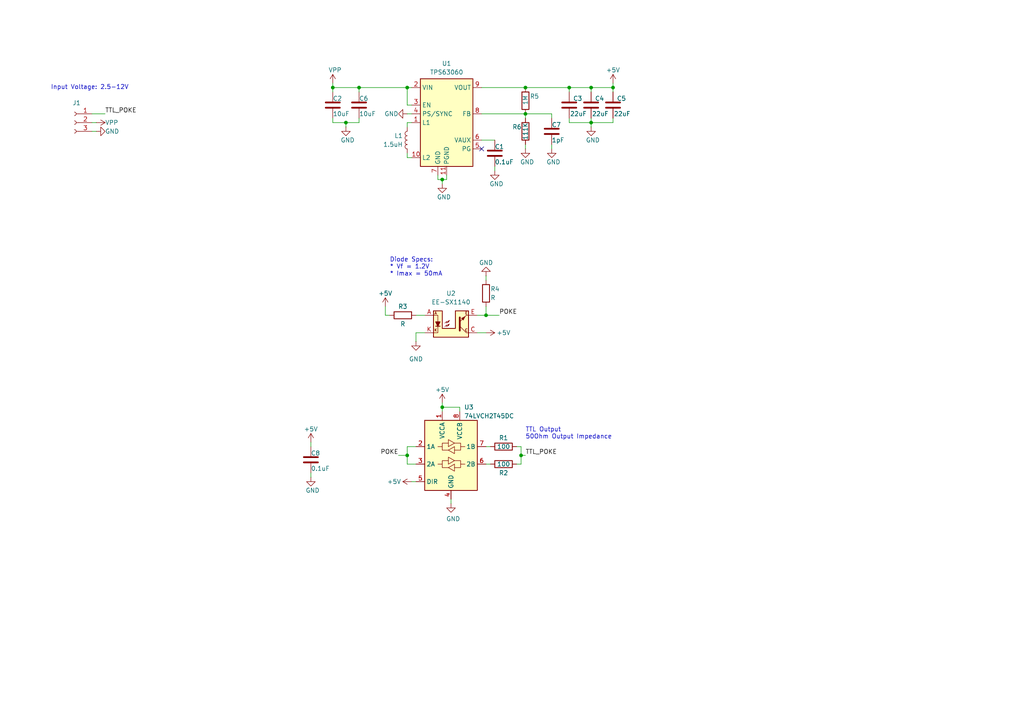
<source format=kicad_sch>
(kicad_sch (version 20231120) (generator "eeschema") (generator_version "8.0")
  (paper "A4")
  (lib_symbols
    (symbol "Connector:Conn_01x03_Socket" (pin_names (offset 1.016) hide)
      (property "Reference" "J" (at 0 5.08 0))
      (property "Value" "Conn_01x03_Socket" (at 0 -5.08 0))
      (symbol "Conn_01x03_Socket_1_1"
        (arc (start 0 -2.032) (mid -0.5058 -2.54) (end 0 -3.048) (stroke (width 0.1524)))
        (polyline (pts (xy -1.27 -2.54) (xy -0.508 -2.54)) (stroke (width 0.1524)))
        (polyline (pts (xy -1.27 0) (xy -0.508 0)) (stroke (width 0.1524)))
        (polyline (pts (xy -1.27 2.54) (xy -0.508 2.54)) (stroke (width 0.1524)))
        (arc (start 0 0.508) (mid -0.5058 0) (end 0 -0.508) (stroke (width 0.1524)))
        (arc (start 0 3.048) (mid -0.5058 2.54) (end 0 2.032) (stroke (width 0.1524)))
        (pin passive line (at -5.08 2.54 0) (length 3.81) (name "Pin_1") (number "1"))
        (pin passive line (at -5.08 0 0) (length 3.81) (name "Pin_2") (number "2"))
        (pin passive line (at -5.08 -2.54 0) (length 3.81) (name "Pin_3") (number "3"))
      )
    )
    (symbol "Device:C" (pin_numbers hide) (pin_names (offset 0.254))
      (property "Reference" "C" (at 0.635 2.54 0))
      (property "Value" "C" (at 0.635 -2.54 0))
      (symbol "C_0_1"
        (polyline (pts (xy -2.032 -0.762) (xy 2.032 -0.762)) (stroke (width 0.508)))
        (polyline (pts (xy -2.032 0.762) (xy 2.032 0.762)) (stroke (width 0.508)))
      )
      (symbol "C_1_1"
        (pin passive line (at 0 3.81 270) (length 2.794) (name "~") (number "1"))
        (pin passive line (at 0 -3.81 90) (length 2.794) (name "~") (number "2"))
      )
    )
    (symbol "Device:L" (pin_numbers hide) (pin_names (offset 1.016) hide)
      (property "Reference" "L" (at -1.27 0 90))
      (property "Value" "L" (at 1.905 0 90))
      (symbol "L_0_1"
        (arc (start 0 -2.54) (mid 0.6323 -1.905) (end 0 -1.27))
        (arc (start 0 -1.27) (mid 0.6323 -0.635) (end 0 0))
        (arc (start 0 0) (mid 0.6323 0.635) (end 0 1.27))
        (arc (start 0 1.27) (mid 0.6323 1.905) (end 0 2.54))
      )
      (symbol "L_1_1"
        (pin passive line (at 0 3.81 270) (length 1.27) (name "1") (number "1"))
        (pin passive line (at 0 -3.81 90) (length 1.27) (name "2") (number "2"))
      )
    )
    (symbol "Device:R" (pin_numbers hide) (pin_names (offset 0))
      (property "Reference" "R" (at 2.032 0 90))
      (property "Value" "R" (at 0 0 90))
      (symbol "R_0_1"
        (rectangle (start -1.016 -2.54) (end 1.016 2.54) (stroke (width 0.254)))
      )
      (symbol "R_1_1"
        (pin passive line (at 0 3.81 270) (length 1.27) (name "~") (number "1"))
        (pin passive line (at 0 -3.81 90) (length 1.27) (name "~") (number "2"))
      )
    )
    (symbol "GND_1" (power) (pin_numbers hide) (pin_names (offset 0) hide)
      (property "Value" "GND" (at 0 -3.81 0))
      (symbol "GND_1_0_1"
        (polyline (pts (xy 0 0) (xy 0 -1.27) (xy 1.27 -1.27) (xy 0 -2.54) (xy -1.27 -1.27) (xy 0 -1.27)))
      )
      (symbol "GND_1_1_1"
        (pin power_in line (at 0 0 270) (length 0) (name "~") (number "1"))
      )
    )
    (symbol "GND_2" (power) (pin_numbers hide) (pin_names (offset 0) hide)
      (property "Value" "GND" (at 0 -3.81 0))
      (symbol "GND_2_0_1"
        (polyline (pts (xy 0 0) (xy 0 -1.27) (xy 1.27 -1.27) (xy 0 -2.54) (xy -1.27 -1.27) (xy 0 -1.27)))
      )
      (symbol "GND_2_1_1"
        (pin power_in line (at 0 0 270) (length 0) (name "~") (number "1"))
      )
    )
    (symbol "GND_3" (power) (pin_numbers hide) (pin_names (offset 0) hide)
      (property "Value" "GND" (at 0 -3.81 0))
      (symbol "GND_3_0_1"
        (polyline (pts (xy 0 0) (xy 0 -1.27) (xy 1.27 -1.27) (xy 0 -2.54) (xy -1.27 -1.27) (xy 0 -1.27)))
      )
      (symbol "GND_3_1_1"
        (pin power_in line (at 0 0 270) (length 0) (name "~") (number "1"))
      )
    )
    (symbol "Logic_LevelTranslator:74LVCH2T45DC"
      (property "Reference" "U" (at 6.35 -11.43 0))
      (property "Value" "74LVCH2T45DC" (at 10.16 11.43 0))
      (symbol "74LVCH2T45DC_1_1"
        (rectangle (start -7.62 10.16) (end 7.62 -10.16) (stroke (width 0.254)) (fill (type background)))
        (polyline (pts (xy -2.54 -2.54) (xy -2.54 -1.524) (xy -0.762 -1.524)))
        (polyline (pts (xy -2.54 2.54) (xy -2.54 3.556) (xy -0.762 3.556)))
        (polyline (pts (xy 2.794 -2.54) (xy 2.794 -3.556) (xy 1.016 -3.556)))
        (polyline (pts (xy 2.794 2.54) (xy 2.794 1.524) (xy 1.016 1.524)))
        (polyline (pts (xy -0.762 -3.556) (xy -2.54 -3.556) (xy -2.54 -2.54) (xy -3.81 -2.54)))
        (polyline (pts (xy -0.762 -2.54) (xy -0.762 -0.508) (xy 1.016 -1.524) (xy -0.762 -2.54)))
        (polyline (pts (xy -0.762 1.524) (xy -2.54 1.524) (xy -2.54 2.54) (xy -3.81 2.54)))
        (polyline (pts (xy -0.762 2.54) (xy -0.762 4.572) (xy 1.016 3.556) (xy -0.762 2.54)))
        (polyline (pts (xy 1.016 -1.524) (xy 2.794 -1.524) (xy 2.794 -2.54) (xy 4.064 -2.54)))
        (polyline (pts (xy 1.016 3.556) (xy 2.794 3.556) (xy 2.794 2.54) (xy 4.064 2.54)))
        (polyline (pts (xy 1.016 -2.54) (xy 1.016 -4.318) (xy 1.016 -4.572) (xy -0.762 -3.556) (xy 1.016 -2.54)))
        (polyline (pts (xy 1.016 2.54) (xy 1.016 0.762) (xy 1.016 0.508) (xy -0.762 1.524) (xy 1.016 2.54)))
        (pin power_in line (at -2.54 12.7 270) (length 2.54) (name "VCCA") (number "1"))
        (pin bidirectional line (at -10.16 2.54 0) (length 2.54) (name "1A") (number "2"))
        (pin bidirectional line (at -10.16 -2.54 0) (length 2.54) (name "2A") (number "3"))
        (pin power_in line (at 0 -12.7 90) (length 2.54) (name "GND") (number "4"))
        (pin input line (at -10.16 -7.62 0) (length 2.54) (name "DIR") (number "5"))
        (pin bidirectional line (at 10.16 -2.54 180) (length 2.54) (name "2B") (number "6"))
        (pin bidirectional line (at 10.16 2.54 180) (length 2.54) (name "1B") (number "7"))
        (pin power_in line (at 2.54 12.7 270) (length 2.54) (name "VCCB") (number "8"))
      )
    )
    (symbol "Regulator_Switching:TPS63060"
      (property "Reference" "U" (at -7.62 13.97 0))
      (property "Value" "TPS63060" (at 2.54 13.97 0))
      (symbol "TPS63060_0_1"
        (rectangle (start -7.62 12.7) (end 7.62 -12.7) (stroke (width 0.254)) (fill (type background)))
      )
      (symbol "TPS63060_1_1"
        (pin input line (at -10.16 0 0) (length 2.54) (name "L1") (number "1"))
        (pin input line (at -10.16 -10.16 0) (length 2.54) (name "L2") (number "10"))
        (pin power_in line (at 0 -15.24 90) (length 2.54) (name "PGND") (number "11"))
        (pin power_in line (at -10.16 10.16 0) (length 2.54) (name "VIN") (number "2"))
        (pin input line (at -10.16 5.08 0) (length 2.54) (name "EN") (number "3"))
        (pin input line (at -10.16 2.54 0) (length 2.54) (name "PS/SYNC") (number "4"))
        (pin output line (at 10.16 -7.62 180) (length 2.54) (name "PG") (number "5"))
        (pin passive line (at 10.16 -5.08 180) (length 2.54) (name "VAUX") (number "6"))
        (pin power_in line (at -2.54 -15.24 90) (length 2.54) (name "GND") (number "7"))
        (pin input line (at 10.16 2.54 180) (length 2.54) (name "FB") (number "8"))
        (pin power_out line (at 10.16 10.16 180) (length 2.54) (name "VOUT") (number "9"))
      )
    )
    (symbol "kicad-lib:EE-SX1140"
      (property "Reference" "U" (at -5.08 5.08 0))
      (property "Value" "EE-SX1140" (at 0 -5.08 0))
      (symbol "EE-SX1140_0_0"
        (text "A" (at -4.445 3.175 0) (effects (font (size 0.762 0.762))))
        (text "C" (at 4.445 -1.778 0) (effects (font (size 0.762 0.762))))
        (text "E" (at 4.445 3.175 0) (effects (font (size 0.762 0.762))))
        (text "K" (at -4.445 -1.778 0) (effects (font (size 0.762 0.762))))
      )
      (symbol "EE-SX1140_0_1"
        (polyline (pts (xy -4.445 -0.635) (xy -3.175 -0.635)) (stroke (width 0.254)))
        (polyline (pts (xy 2.54 -0.635) (xy 4.445 -2.54)))
        (polyline (pts (xy 4.445 -2.54) (xy 5.08 -2.54)))
        (polyline (pts (xy 4.445 2.54) (xy 2.54 0.635)) (fill (type outline)))
        (polyline (pts (xy 4.445 2.54) (xy 5.08 2.54)))
        (polyline (pts (xy -5.08 -2.54) (xy -3.81 -2.54) (xy -3.81 -0.635)))
        (polyline (pts (xy -5.08 2.54) (xy -3.81 2.54) (xy -3.81 0.635)))
        (polyline (pts (xy 2.54 -1.905) (xy 2.54 1.905) (xy 2.54 1.905)) (stroke (width 0.508)))
        (polyline (pts (xy -3.81 -0.635) (xy -4.445 0.635) (xy -3.175 0.635) (xy -3.81 -0.635)) (stroke (width 0.254)) (fill (type outline)))
        (polyline (pts (xy -1.778 0.254) (xy -1.2446 0.762) (xy -1.2446 0.254) (xy -0.4826 1.016)))
        (polyline (pts (xy -0.4826 1.016) (xy -0.9906 0.762) (xy -0.7366 0.508) (xy -0.4826 1.016)))
        (polyline (pts (xy 3.048 1.651) (xy 3.556 1.143) (xy 4.064 2.159) (xy 3.048 1.651) (xy 3.048 1.651)) (fill (type outline)))
        (polyline (pts (xy -1.778 -0.762) (xy -1.2446 -0.254) (xy -1.2446 -0.762) (xy -0.4826 0) (xy -0.9906 -0.254) (xy -0.7366 -0.508) (xy -0.4826 0)))
        (polyline (pts (xy -5.08 3.81) (xy -5.08 -3.81) (xy 5.08 -3.81) (xy 5.08 3.81) (xy 1.27 3.81) (xy 1.27 -1.27) (xy -2.54 -1.27) (xy -2.54 3.81) (xy -5.08 3.81)) (stroke (width 0.254)) (fill (type background)))
      )
      (symbol "EE-SX1140_1_1"
        (pin passive line (at -7.62 2.54 0) (length 2.54) (name "~") (number "A"))
        (pin open_collector line (at 7.62 -2.54 180) (length 2.54) (name "~") (number "C"))
        (pin open_emitter line (at 7.62 2.54 180) (length 2.54) (name "~") (number "E"))
        (pin passive line (at -7.62 -2.54 0) (length 2.54) (name "~") (number "K"))
      )
    )
    (symbol "power:+5V" (power) (pin_names (offset 0))
      (property "Value" "+5V" (at 0 3.556 0))
      (symbol "+5V_0_1"
        (polyline (pts (xy -0.762 1.27) (xy 0 2.54)))
        (polyline (pts (xy 0 0) (xy 0 2.54)))
        (polyline (pts (xy 0 2.54) (xy 0.762 1.27)))
      )
      (symbol "+5V_1_1"
        (pin power_in line (at 0 0 90) (length 0) hide (name "+5V") (number "1"))
      )
    )
    (symbol "power:GND" (power) (pin_names (offset 0))
      (property "Value" "GND" (at 0 -3.81 0))
      (symbol "GND_0_1"
        (polyline (pts (xy 0 0) (xy 0 -1.27) (xy 1.27 -1.27) (xy 0 -2.54) (xy -1.27 -1.27) (xy 0 -1.27)))
      )
      (symbol "GND_1_1"
        (pin power_in line (at 0 0 270) (length 0) hide (name "GND") (number "1"))
      )
    )
    (symbol "power:VPP" (power) (pin_numbers hide) (pin_names (offset 0) hide)
      (property "Value" "VPP" (at 0 3.556 0))
      (symbol "VPP_0_1"
        (polyline (pts (xy -0.762 1.27) (xy 0 2.54)))
        (polyline (pts (xy 0 0) (xy 0 2.54)))
        (polyline (pts (xy 0 2.54) (xy 0.762 1.27)))
      )
      (symbol "VPP_1_1"
        (pin power_in line (at 0 0 90) (length 0) (name "~") (number "1"))
      )
    )
  )
  (junction (at 171.45 35.56))
  (junction (at 171.45 25.4))
  (junction (at 152.4 25.4))
  (junction (at 128.27 52.07))
  (junction (at 177.8 25.4))
  (junction (at 96.52 25.4))
  (junction (at 118.11 132.08))
  (junction (at 104.14 25.4))
  (junction (at 140.97 91.44))
  (junction (at 152.4 33.02))
  (junction (at 128.27 118.11))
  (junction (at 100.33 35.56))
  (junction (at 118.11 25.4))
  (junction (at 151.13 132.08))
  (junction (at 165.1 25.4))
  (no_connect (at 139.7 43.18))
  (wire (pts (xy 140.97 91.44) (xy 140.97 88.9)))
  (wire (pts (xy 171.45 26.67) (xy 171.45 25.4)))
  (wire (pts (xy 138.43 91.44) (xy 140.97 91.44)))
  (wire (pts (xy 165.1 35.56) (xy 171.45 35.56)))
  (wire (pts (xy 165.1 25.4) (xy 171.45 25.4)))
  (wire (pts (xy 118.11 25.4) (xy 119.38 25.4)))
  (wire (pts (xy 104.14 34.29) (xy 104.14 35.56)))
  (wire (pts (xy 128.27 52.07) (xy 128.27 53.34)))
  (wire (pts (xy 152.4 34.29) (xy 152.4 33.02)))
  (wire (pts (xy 127 52.07) (xy 127 50.8)))
  (wire (pts (xy 100.33 35.56) (xy 104.14 35.56)))
  (wire (pts (xy 115.57 132.08) (xy 118.11 132.08)))
  (wire (pts (xy 104.14 25.4) (xy 118.11 25.4)))
  (wire (pts (xy 151.13 129.54) (xy 149.86 129.54)))
  (wire (pts (xy 128.27 116.84) (xy 128.27 118.11)))
  (wire (pts (xy 151.13 134.62) (xy 149.86 134.62)))
  (wire (pts (xy 113.03 91.44) (xy 111.76 91.44)))
  (wire (pts (xy 90.17 128.27) (xy 90.17 129.54)))
  (wire (pts (xy 118.11 132.08) (xy 118.11 134.62)))
  (wire (pts (xy 111.76 91.44) (xy 111.76 88.9)))
  (wire (pts (xy 151.13 132.08) (xy 151.13 134.62)))
  (wire (pts (xy 160.02 41.91) (xy 160.02 43.18)))
  (wire (pts (xy 171.45 35.56) (xy 171.45 36.83)))
  (wire (pts (xy 151.13 132.08) (xy 152.4 132.08)))
  (wire (pts (xy 118.11 129.54) (xy 118.11 132.08)))
  (wire (pts (xy 171.45 34.29) (xy 171.45 35.56)))
  (wire (pts (xy 128.27 52.07) (xy 127 52.07)))
  (wire (pts (xy 129.54 50.8) (xy 129.54 52.07)))
  (wire (pts (xy 129.54 52.07) (xy 128.27 52.07)))
  (wire (pts (xy 165.1 34.29) (xy 165.1 35.56)))
  (wire (pts (xy 139.7 25.4) (xy 152.4 25.4)))
  (wire (pts (xy 165.1 26.67) (xy 165.1 25.4)))
  (wire (pts (xy 119.38 30.48) (xy 118.11 30.48)))
  (wire (pts (xy 143.51 48.26) (xy 143.51 49.53)))
  (wire (pts (xy 118.11 45.72) (xy 119.38 45.72)))
  (wire (pts (xy 96.52 25.4) (xy 96.52 26.67)))
  (wire (pts (xy 160.02 33.02) (xy 160.02 34.29)))
  (wire (pts (xy 118.11 30.48) (xy 118.11 25.4)))
  (wire (pts (xy 96.52 24.13) (xy 96.52 25.4)))
  (wire (pts (xy 26.67 38.1) (xy 27.94 38.1)))
  (wire (pts (xy 26.67 33.02) (xy 30.48 33.02)))
  (wire (pts (xy 140.97 134.62) (xy 142.24 134.62)))
  (wire (pts (xy 177.8 25.4) (xy 171.45 25.4)))
  (wire (pts (xy 140.97 129.54) (xy 142.24 129.54)))
  (wire (pts (xy 96.52 34.29) (xy 96.52 35.56)))
  (wire (pts (xy 128.27 118.11) (xy 128.27 119.38)))
  (wire (pts (xy 26.67 35.56) (xy 27.94 35.56)))
  (wire (pts (xy 96.52 25.4) (xy 104.14 25.4)))
  (wire (pts (xy 100.33 35.56) (xy 100.33 36.83)))
  (wire (pts (xy 140.97 91.44) (xy 144.78 91.44)))
  (wire (pts (xy 177.8 26.67) (xy 177.8 25.4)))
  (wire (pts (xy 152.4 25.4) (xy 165.1 25.4)))
  (wire (pts (xy 120.65 91.44) (xy 123.19 91.44)))
  (wire (pts (xy 139.7 40.64) (xy 143.51 40.64)))
  (wire (pts (xy 118.11 44.45) (xy 118.11 45.72)))
  (wire (pts (xy 119.38 139.7) (xy 120.65 139.7)))
  (wire (pts (xy 139.7 33.02) (xy 152.4 33.02)))
  (wire (pts (xy 123.19 96.52) (xy 120.65 96.52)))
  (wire (pts (xy 138.43 96.52) (xy 140.97 96.52)))
  (wire (pts (xy 104.14 25.4) (xy 104.14 26.67)))
  (wire (pts (xy 177.8 24.13) (xy 177.8 25.4)))
  (wire (pts (xy 130.81 144.78) (xy 130.81 146.05)))
  (wire (pts (xy 118.11 134.62) (xy 120.65 134.62)))
  (wire (pts (xy 120.65 129.54) (xy 118.11 129.54)))
  (wire (pts (xy 128.27 118.11) (xy 133.35 118.11)))
  (wire (pts (xy 118.11 35.56) (xy 118.11 36.83)))
  (wire (pts (xy 177.8 35.56) (xy 177.8 34.29)))
  (wire (pts (xy 119.38 35.56) (xy 118.11 35.56)))
  (wire (pts (xy 90.17 137.16) (xy 90.17 138.43)))
  (wire (pts (xy 140.97 80.01) (xy 140.97 81.28)))
  (wire (pts (xy 133.35 118.11) (xy 133.35 119.38)))
  (wire (pts (xy 120.65 96.52) (xy 120.65 99.06)))
  (wire (pts (xy 151.13 129.54) (xy 151.13 132.08)))
  (wire (pts (xy 171.45 35.56) (xy 177.8 35.56)))
  (wire (pts (xy 152.4 33.02) (xy 160.02 33.02)))
  (wire (pts (xy 96.52 35.56) (xy 100.33 35.56)))
  (wire (pts (xy 152.4 41.91) (xy 152.4 43.18)))
  (wire (pts (xy 118.11 33.02) (xy 119.38 33.02)))
  (text "TTL Output\n50Ohm Output Impedance" (at 152.4 125.73 0) (effects (font (size 1.27 1.27)) (justify left)))
  (text "Input Voltage: 2.5-12V" (at 26.035 25.4 0) (effects (font (size 1.27 1.27))))
  (text "Diode Specs:\n* Vf = 1.2V\n* Imax = 50mA" (at 113.03 77.47 0) (effects (font (size 1.27 1.27)) (justify left)))
  (label "TTL_POKE" (at 152.4 132.08 0))
  (label "POKE" (at 144.78 91.44 0))
  (label "POKE" (at 115.57 132.08 180))
  (label "TTL_POKE" (at 30.48 33.02 0))
  (symbol (lib_id "power:+5V") (at 111.76 88.9 0) (unit 1)
    (property "Reference" "#PWR09" (effects (hide yes)))
    (property "Value" "+5V" (at 111.76 85.09 0))
  )
  (symbol (lib_id "Device:R") (at 116.84 91.44 90) (unit 1)
    (property "Reference" "R3" (at 116.84 88.9 90))
    (property "Value" "R" (at 116.84 93.98 90))
    (property "Footprint" "Resistor_SMD:R_0603_1608Metric" (effects (hide yes)))
    (property "Description" "Resistor" (effects (hide yes)))
  )
  (symbol (lib_name "GND_1") (lib_id "power:GND") (at 143.51 49.53 0) (unit 1)
    (property "Reference" "#PWR013" (effects (hide yes)))
    (property "Value" "GND" (at 146.05 53.34 0) (effects (justify right)))
    (property "Description" "Power symbol creates a global label with name \"GND\" , ground" (effects (hide yes)))
  )
  (symbol (lib_name "GND_1") (lib_id "power:GND") (at 100.33 36.83 0) (unit 1)
    (property "Reference" "#PWR011" (effects (hide yes)))
    (property "Value" "GND" (at 102.87 40.64 0) (effects (justify right)))
    (property "Description" "Power symbol creates a global label with name \"GND\" , ground" (effects (hide yes)))
  )
  (symbol (lib_id "Device:R") (at 146.05 134.62 90) (unit 1)
    (property "Reference" "R2" (at 146.05 137.16 90))
    (property "Value" "100" (at 146.05 134.62 90))
    (property "Footprint" "Resistor_SMD:R_0603_1608Metric" (effects (hide yes)))
    (property "Datasheet" "https://www.yageo.com/upload/media/product/productsearch/datasheet/rchip/PYu-SR_20105_RoHS_L_10.pdf" (effects (hide yes)))
    (property "Link" "https://www.digikey.com/en/products/detail/yageo/SR0603FR-7T100RL/9373096" (effects (hide yes)))
    (property "Manufacturer" "Yageo" (effects (hide yes)))
    (property "Manufacturer Number" "SR0603FR-7T100RL" (effects (hide yes)))
    (property "Notes" "1/4W" (effects (hide yes)))
    (property "Tolerance" "1%" (effects (hide yes)))
  )
  (symbol (lib_id "Device:C") (at 177.8 30.48 180) (unit 1)
    (property "Reference" "C5" (at 181.61 28.575 0) (effects (justify left)))
    (property "Value" "22uF" (at 182.88 33.02 0) (effects (justify left)))
    (property "Footprint" "Capacitor_SMD:C_0805_2012Metric" (effects (hide yes)))
    (property "Datasheet" "https://mm.digikey.com/Volume0/opasdata/d220001/medias/docus/43/CL21A226KPCLRNC_Spec.pdf" (effects (hide yes)))
    (property "Link" "https://www.digikey.com/en/products/detail/samsung-electro-mechanics/CL21A226KPCLRNC/5961270" (effects (hide yes)))
    (property "Manufacturer" "Samsung Electro-Mechanics" (effects (hide yes)))
    (property "Manufacturer Number" "CL21A226KPCLRNC" (effects (hide yes)))
    (property "Rated Voltage" "10V" (effects (hide yes)))
    (property "Temperature Coefficient" "X5R" (effects (hide yes)))
  )
  (symbol (lib_id "Device:R") (at 146.05 129.54 90) (unit 1)
    (property "Reference" "R1" (at 146.05 127 90))
    (property "Value" "100" (at 146.05 129.54 90))
    (property "Footprint" "Resistor_SMD:R_0603_1608Metric" (effects (hide yes)))
    (property "Datasheet" "https://www.yageo.com/upload/media/product/productsearch/datasheet/rchip/PYu-SR_20105_RoHS_L_10.pdf" (effects (hide yes)))
    (property "Link" "https://www.digikey.com/en/products/detail/yageo/SR0603FR-7T100RL/9373096" (effects (hide yes)))
    (property "Manufacturer" "Yageo" (effects (hide yes)))
    (property "Manufacturer Number" "SR0603FR-7T100RL" (effects (hide yes)))
    (property "Notes" "1/4W" (effects (hide yes)))
    (property "Tolerance" "1%" (effects (hide yes)))
  )
  (symbol (lib_id "power:GND") (at 130.81 146.05 0) (unit 1)
    (property "Reference" "#PWR03" (effects (hide yes)))
    (property "Value" "GND" (at 131.445 150.495 0))
  )
  (symbol (lib_id "Device:C") (at 143.51 44.45 0) (unit 1)
    (property "Reference" "C1" (at 143.51 42.545 0) (effects (justify left)))
    (property "Value" "0.1uF" (at 143.51 46.99 0) (effects (justify left)))
    (property "Footprint" "Capacitor_SMD:C_0603_1608Metric" (effects (hide yes)))
    (property "Datasheet" "https://product.tdk.com/system/files/dam/doc/product/capacitor/ceramic/mlcc/catalog/mlcc_automotive_general_en.pdf" (effects (hide yes)))
    (property "Manufacturer Number" "CGA3E2X7R1H104K080AA" (effects (hide yes)))
    (property "Manufacturer" "TDK Corporation" (effects (hide yes)))
    (property "Link" "https://www.digikey.com/en/products/detail/tdk-corporation/CGA3E2X7R1H104K080AA/2443144" (effects (hide yes)))
  )
  (symbol (lib_id "Device:C") (at 90.17 133.35 0) (unit 1)
    (property "Reference" "C8" (at 90.17 131.445 0) (effects (justify left)))
    (property "Value" "0.1uF" (at 90.17 135.89 0) (effects (justify left)))
    (property "Footprint" "Capacitor_SMD:C_0603_1608Metric" (effects (hide yes)))
    (property "Datasheet" "https://product.tdk.com/system/files/dam/doc/product/capacitor/ceramic/mlcc/catalog/mlcc_automotive_general_en.pdf" (effects (hide yes)))
    (property "Manufacturer Number" "CGA3E2X7R1H104K080AA" (effects (hide yes)))
    (property "Manufacturer" "TDK Corporation" (effects (hide yes)))
    (property "Link" "https://www.digikey.com/en/products/detail/tdk-corporation/CGA3E2X7R1H104K080AA/2443144" (effects (hide yes)))
  )
  (symbol (lib_id "Device:L") (at 118.11 40.64 0) (mirror y) (unit 1)
    (property "Reference" "L1" (at 116.84 39.3699 0) (effects (justify left)))
    (property "Value" "1.5uH" (at 116.84 41.9099 0) (effects (justify left)))
    (property "Footprint" "kicad-lib:1226AS-H-1R5N=P2" (effects (hide yes)))
    (property "Datasheet" "https://search.murata.co.jp/Ceramy/image/img/P02/J(E)TE243B-0039_DEM2815C_reference.pdf" (effects (hide yes)))
    (property "Description" "Inductor" (effects (hide yes)))
    (property "Manufacturer Number" "1226AS-H-1R5N=P2" (effects (hide yes)))
    (property "Manufacturer" "Murata Electronics" (effects (hide yes)))
    (property "Notes" "2.8mm x 3mm x 1.5mm, 2.9A 37 mOhm" (effects (hide yes)))
    (property "Link" "https://www.digikey.com/en/products/detail/murata-electronics/1226AS-H-1R5N-P2/6205667" (effects (hide yes)))
  )
  (symbol (lib_id "Device:R") (at 152.4 29.21 0) (unit 1)
    (property "Reference" "R5" (at 153.67 27.94 0) (effects (justify left)))
    (property "Value" "1M" (at 152.4 30.48 90) (effects (justify left)))
    (property "Footprint" "Resistor_SMD:R_0402_1005Metric" (effects (hide yes)))
    (property "Description" "Resistor" (effects (hide yes)))
  )
  (symbol (lib_id "Device:C") (at 165.1 30.48 180) (unit 1)
    (property "Reference" "C3" (at 168.91 28.575 0) (effects (justify left)))
    (property "Value" "22uF" (at 170.18 33.02 0) (effects (justify left)))
    (property "Footprint" "Capacitor_SMD:C_0805_2012Metric" (effects (hide yes)))
    (property "Datasheet" "https://mm.digikey.com/Volume0/opasdata/d220001/medias/docus/43/CL21A226KPCLRNC_Spec.pdf" (effects (hide yes)))
    (property "Link" "https://www.digikey.com/en/products/detail/samsung-electro-mechanics/CL21A226KPCLRNC/5961270" (effects (hide yes)))
    (property "Manufacturer" "Samsung Electro-Mechanics" (effects (hide yes)))
    (property "Manufacturer Number" "CL21A226KPCLRNC" (effects (hide yes)))
    (property "Rated Voltage" "10V" (effects (hide yes)))
    (property "Temperature Coefficient" "X5R" (effects (hide yes)))
  )
  (symbol (lib_id "power:+5V") (at 177.8 24.13 0) (unit 1)
    (property "Reference" "#PWR016" (effects (hide yes)))
    (property "Value" "+5V" (at 177.8 20.32 0))
  )
  (symbol (lib_id "power:VPP") (at 27.94 35.56 270) (unit 1)
    (property "Reference" "#PWR06" (effects (hide yes)))
    (property "Value" "VPP" (at 30.48 35.56 90) (effects (justify left)))
    (property "Description" "Power symbol creates a global label with name \"VPP\"" (effects (hide yes)))
  )
  (symbol (lib_id "Device:C") (at 171.45 30.48 180) (unit 1)
    (property "Reference" "C4" (at 175.26 28.575 0) (effects (justify left)))
    (property "Value" "22uF" (at 176.53 33.02 0) (effects (justify left)))
    (property "Footprint" "Capacitor_SMD:C_0805_2012Metric" (effects (hide yes)))
    (property "Datasheet" "https://mm.digikey.com/Volume0/opasdata/d220001/medias/docus/43/CL21A226KPCLRNC_Spec.pdf" (effects (hide yes)))
    (property "Link" "https://www.digikey.com/en/products/detail/samsung-electro-mechanics/CL21A226KPCLRNC/5961270" (effects (hide yes)))
    (property "Manufacturer" "Samsung Electro-Mechanics" (effects (hide yes)))
    (property "Manufacturer Number" "CL21A226KPCLRNC" (effects (hide yes)))
    (property "Rated Voltage" "10V" (effects (hide yes)))
    (property "Temperature Coefficient" "X5R" (effects (hide yes)))
  )
  (symbol (lib_name "GND_1") (lib_id "power:GND") (at 160.02 43.18 0) (unit 1)
    (property "Reference" "#PWR017" (effects (hide yes)))
    (property "Value" "GND" (at 162.56 46.99 0) (effects (justify right)))
    (property "Description" "Power symbol creates a global label with name \"GND\" , ground" (effects (hide yes)))
  )
  (symbol (lib_id "Device:R") (at 152.4 38.1 0) (unit 1)
    (property "Reference" "R6" (at 148.59 36.83 0) (effects (justify left)))
    (property "Value" "111K" (at 152.4 40.64 90) (effects (justify left)))
    (property "Footprint" "Resistor_SMD:R_0402_1005Metric" (effects (hide yes)))
    (property "Description" "Resistor" (effects (hide yes)))
  )
  (symbol (lib_id "Device:C") (at 160.02 38.1 0) (unit 1)
    (property "Reference" "C7" (at 160.02 36.195 0) (effects (justify left)))
    (property "Value" "1pF" (at 160.02 40.64 0) (effects (justify left)))
    (property "Footprint" "Capacitor_SMD:C_0603_1608Metric" (effects (hide yes)))
  )
  (symbol (lib_id "Device:C") (at 96.52 30.48 0) (unit 1)
    (property "Reference" "C2" (at 96.52 28.575 0) (effects (justify left)))
    (property "Value" "10uF" (at 96.52 33.02 0) (effects (justify left)))
    (property "Footprint" "Capacitor_SMD:C_0805_2012Metric" (effects (hide yes)))
    (property "Datasheet" "https://calchip.com/wp-content/uploads/2023/09/GMC-Series-2.pdf" (effects (hide yes)))
    (property "Manufacturer Number" "GMC21X7R106K25NT" (effects (hide yes)))
    (property "Manufacturer" "Cal-Chip Electronics, Inc." (effects (hide yes)))
    (property "Link" "https://www.digikey.com/en/products/detail/cal-chip-electronics-inc/GMC21X7R106K25NT/22639515" (effects (hide yes)))
  )
  (symbol (lib_name "GND_1") (lib_id "power:GND") (at 27.94 38.1 90) (unit 1)
    (property "Reference" "#PWR05" (effects (hide yes)))
    (property "Value" "GND" (at 30.48 38.1 90) (effects (justify right)))
    (property "Description" "Power symbol creates a global label with name \"GND\" , ground" (effects (hide yes)))
  )
  (symbol (lib_id "power:+5V") (at 128.27 116.84 0) (unit 1)
    (property "Reference" "#PWR02" (effects (hide yes)))
    (property "Value" "+5V" (at 128.27 113.03 0))
  )
  (symbol (lib_name "GND_1") (lib_id "power:GND") (at 152.4 43.18 0) (unit 1)
    (property "Reference" "#PWR015" (effects (hide yes)))
    (property "Value" "GND" (at 154.94 46.99 0) (effects (justify right)))
    (property "Description" "Power symbol creates a global label with name \"GND\" , ground" (effects (hide yes)))
  )
  (symbol (lib_name "GND_1") (lib_id "power:GND") (at 90.17 138.43 0) (unit 1)
    (property "Reference" "#PWR019" (effects (hide yes)))
    (property "Value" "GND" (at 92.71 142.24 0) (effects (justify right)))
    (property "Description" "Power symbol creates a global label with name \"GND\" , ground" (effects (hide yes)))
  )
  (symbol (lib_id "Logic_LevelTranslator:74LVCH2T45DC") (at 130.81 132.08 0) (unit 1)
    (property "Reference" "U3" (at 134.62 118.11 0) (effects (justify left)))
    (property "Value" "74LVCH2T45DC" (at 134.62 120.65 0) (effects (justify left)))
    (property "Footprint" "Package_SO:VSSOP-8_2.3x2mm_P0.5mm" (effects (hide yes)))
    (property "Datasheet" "https://assets.nexperia.com/documents/data-sheet/74LVC_LVCH2T45.pdf" (effects (hide yes)))
    (property "Description" "Dual supply translating transceiver with bus-hold for unused/floating inputs, 3-state, 2-bit, VSSOP-8" (effects (hide yes)))
    (property "Link" "https://www.digikey.com/en/products/detail/nexperia-usa-inc/74LVCH2T45DC-125/2530613" (effects (hide yes)))
    (property "Manufacturer" "Nexperia USA Inc." (effects (hide yes)))
    (property "Manufacturer Number" "74LVCH2T45DC,125" (effects (hide yes)))
  )
  (symbol (lib_name "GND_2") (lib_id "power:GND") (at 120.65 99.06 0) (unit 1)
    (property "Reference" "#PWR07" (effects (hide yes)))
    (property "Value" "GND" (at 120.65 104.14 0))
    (property "Description" "Power symbol creates a global label with name \"GND\" , ground" (effects (hide yes)))
  )
  (symbol (lib_name "GND_3") (lib_id "power:GND") (at 140.97 80.01 180) (unit 1)
    (property "Reference" "#PWR08" (effects (hide yes)))
    (property "Value" "GND" (at 140.97 76.2 0))
    (property "Description" "Power symbol creates a global label with name \"GND\" , ground" (effects (hide yes)))
  )
  (symbol (lib_id "kicad-lib:EE-SX1140") (at 130.81 93.98 0) (unit 1)
    (property "Reference" "U2" (at 130.81 85.09 0))
    (property "Value" "EE-SX1140" (at 130.81 87.63 0))
    (property "Footprint" "kicad-lib:EE-SX1140" (effects (hide yes)))
    (property "Datasheet" "https://omronfs.omron.com/en_US/ecb/products/pdf/en-ee_sx1140.pdf" (effects (hide yes)))
    (property "Description" "wide photointerrupter with M3 mounting hole" (effects (hide yes)))
  )
  (symbol (lib_id "Device:R") (at 140.97 85.09 0) (unit 1)
    (property "Reference" "R4" (at 142.24 83.82 0) (effects (justify left)))
    (property "Value" "R" (at 142.24 86.36 0) (effects (justify left)))
    (property "Footprint" "Resistor_SMD:R_0603_1608Metric" (effects (hide yes)))
    (property "Description" "Resistor" (effects (hide yes)))
  )
  (symbol (lib_id "power:VPP") (at 96.52 24.13 0) (unit 1)
    (property "Reference" "#PWR018" (effects (hide yes)))
    (property "Value" "VPP" (at 95.25 20.32 0) (effects (justify left)))
    (property "Description" "Power symbol creates a global label with name \"VPP\"" (effects (hide yes)))
  )
  (symbol (lib_name "GND_1") (lib_id "power:GND") (at 128.27 53.34 0) (unit 1)
    (property "Reference" "#PWR010" (effects (hide yes)))
    (property "Value" "GND" (at 130.81 57.15 0) (effects (justify right)))
    (property "Description" "Power symbol creates a global label with name \"GND\" , ground" (effects (hide yes)))
  )
  (symbol (lib_id "Regulator_Switching:TPS63060") (at 129.54 35.56 0) (unit 1)
    (property "Reference" "U1" (at 129.54 18.415 0))
    (property "Value" "TPS63060" (at 129.54 20.955 0))
    (property "Footprint" "Package_SON:Texas_S-PWSON-N10_ThermalVias" (effects (hide yes)))
    (property "Datasheet" "http://www.ti.com/lit/ds/symlink/tps63060.pdf" (effects (hide yes)))
    (property "Description" "Buck-Boost Converter, 2.5-12V Input Voltage, 2-A Switch Current, Adjustable 2.5-8V Output Voltage, S-PWSON-N10" (effects (hide yes)))
    (property "Manufacturer Number" "TPS63060DSCR" (effects (hide yes)))
    (property "Manufacturer" "Texas Instruments" (effects (hide yes)))
  )
  (symbol (lib_id "power:+5V") (at 140.97 96.52 270) (unit 1)
    (property "Reference" "#PWR04" (effects (hide yes)))
    (property "Value" "+5V" (at 146.05 96.52 90))
  )
  (symbol (lib_id "Device:C") (at 104.14 30.48 0) (unit 1)
    (property "Reference" "C6" (at 104.14 28.575 0) (effects (justify left)))
    (property "Value" "10uF" (at 104.14 33.02 0) (effects (justify left)))
    (property "Footprint" "Capacitor_SMD:C_0805_2012Metric" (effects (hide yes)))
    (property "Datasheet" "https://calchip.com/wp-content/uploads/2023/09/GMC-Series-2.pdf" (effects (hide yes)))
    (property "Manufacturer Number" "GMC21X7R106K25NT" (effects (hide yes)))
    (property "Manufacturer" "Cal-Chip Electronics, Inc." (effects (hide yes)))
    (property "Link" "https://www.digikey.com/en/products/detail/cal-chip-electronics-inc/GMC21X7R106K25NT/22639515" (effects (hide yes)))
  )
  (symbol (lib_name "GND_1") (lib_id "power:GND") (at 171.45 36.83 0) (unit 1)
    (property "Reference" "#PWR014" (effects (hide yes)))
    (property "Value" "GND" (at 173.99 40.64 0) (effects (justify right)))
    (property "Description" "Power symbol creates a global label with name \"GND\" , ground" (effects (hide yes)))
  )
  (symbol (lib_name "GND_1") (lib_id "power:GND") (at 118.11 33.02 270) (unit 1)
    (property "Reference" "#PWR012" (effects (hide yes)))
    (property "Value" "GND" (at 115.57 33.02 90) (effects (justify right)))
    (property "Description" "Power symbol creates a global label with name \"GND\" , ground" (effects (hide yes)))
  )
  (symbol (lib_id "Connector:Conn_01x03_Socket") (at 21.59 35.56 0) (mirror y) (unit 1)
    (property "Reference" "J1" (at 22.225 29.845 0))
    (property "Value" "Conn_01x03_Socket" (effects (hide yes)))
    (property "Footprint" "kicad-lib:3M_Mini-Clamp-Socket-37203-62B3-003PL-1x3_Vertical" (effects (hide yes)))
    (property "Datasheet" "https://multimedia.3m.com/mws/media/277250O/3mtm-mini-clamp-socket-boardmount-straight-ts2093.pdf" (effects (hide yes)))
    (property "Description" "Generic connector, single row, 01x03, script generated" (effects (hide yes)))
    (property "Manufacturer Number" "37203-62B3-003PL" (effects (hide yes)))
    (property "Manufacturer" "3M" (effects (hide yes)))
    (property "Link" "https://www.digikey.com/en/products/detail/3m/37203-62B3-003PL/1642668" (effects (hide yes)))
  )
  (symbol (lib_id "power:+5V") (at 90.17 128.27 0) (unit 1)
    (property "Reference" "#PWR020" (effects (hide yes)))
    (property "Value" "+5V" (at 90.17 124.46 0))
  )
  (symbol (lib_id "power:+5V") (at 119.38 139.7 90) (unit 1)
    (property "Reference" "#PWR01" (effects (hide yes)))
    (property "Value" "+5V" (at 114.3 139.7 90))
  )
)
</source>
